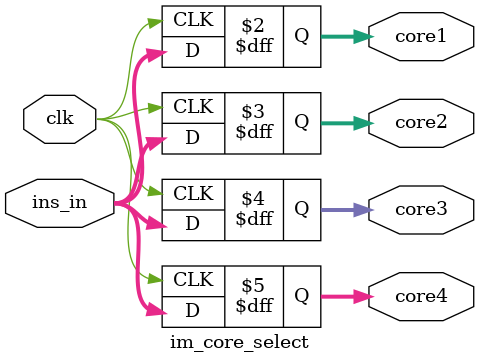
<source format=v>
module im_core_select (
    input [17:0] ins_in,
    input clk,
    output reg [17:0] core1,
    output reg [17:0] core2,
    output reg [17:0] core3,
    output reg [17:0] core4
);

always @(posedge clk) begin
    core1 <= ins_in;
    core2 <= ins_in;
    core3 <= ins_in;
    core4 <= ins_in;
end
    
endmodule
</source>
